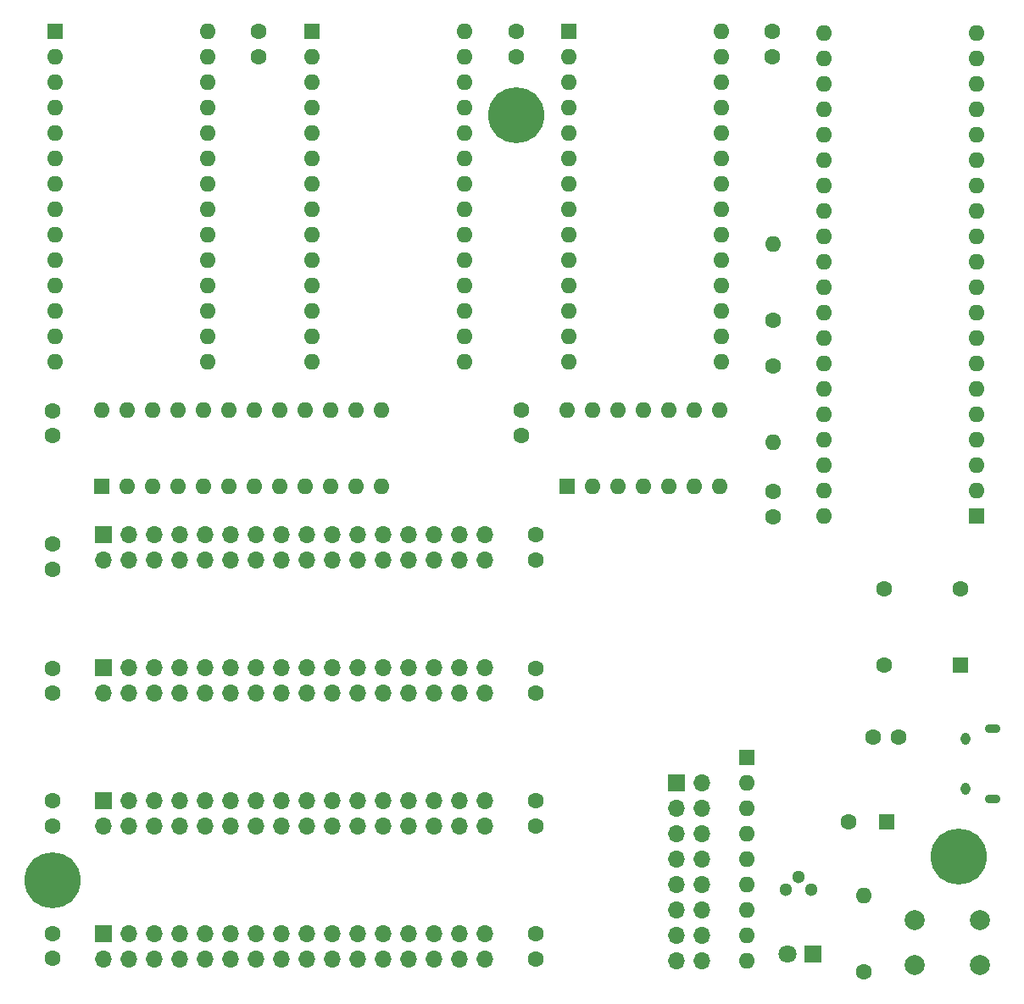
<source format=gbr>
%TF.GenerationSoftware,KiCad,Pcbnew,(5.1.9-0-10_14)*%
%TF.CreationDate,2021-03-24T21:17:22+01:00*%
%TF.ProjectId,n8 bit special,6e382062-6974-4207-9370-656369616c2e,2*%
%TF.SameCoordinates,Original*%
%TF.FileFunction,Soldermask,Bot*%
%TF.FilePolarity,Negative*%
%FSLAX46Y46*%
G04 Gerber Fmt 4.6, Leading zero omitted, Abs format (unit mm)*
G04 Created by KiCad (PCBNEW (5.1.9-0-10_14)) date 2021-03-24 21:17:22*
%MOMM*%
%LPD*%
G01*
G04 APERTURE LIST*
%ADD10C,1.600000*%
%ADD11C,5.600000*%
%ADD12R,1.600000X1.600000*%
%ADD13O,1.550000X0.890000*%
%ADD14O,0.950000X1.250000*%
%ADD15R,1.800000X1.800000*%
%ADD16C,1.800000*%
%ADD17R,1.700000X1.700000*%
%ADD18O,1.700000X1.700000*%
%ADD19O,1.600000X1.600000*%
%ADD20C,1.300000*%
%ADD21C,2.000000*%
G04 APERTURE END LIST*
D10*
%TO.C,C16*%
X175918000Y-113919000D03*
X173418000Y-113919000D03*
%TD*%
D11*
%TO.C,REF2*%
X137795000Y-51816000D03*
%TD*%
%TO.C,REF3*%
X181991000Y-125857000D03*
%TD*%
%TO.C,REF1*%
X91440000Y-128270000D03*
%TD*%
D10*
%TO.C,X1*%
X182118000Y-99123500D03*
X174498000Y-99123500D03*
X174498000Y-106743500D03*
D12*
X182118000Y-106743500D03*
%TD*%
D13*
%TO.C,J1*%
X185323000Y-113086000D03*
X185323000Y-120086000D03*
D14*
X182623000Y-114086000D03*
X182623000Y-119086000D03*
%TD*%
D10*
%TO.C,C2*%
X170952000Y-122428000D03*
D12*
X174752000Y-122428000D03*
%TD*%
D10*
%TO.C,C1*%
X138303000Y-81280000D03*
X138303000Y-83780000D03*
%TD*%
%TO.C,C3*%
X91440000Y-94655000D03*
X91440000Y-97155000D03*
%TD*%
%TO.C,C4*%
X139700000Y-93702500D03*
X139700000Y-96202500D03*
%TD*%
%TO.C,C7*%
X91440000Y-120309000D03*
X91440000Y-122809000D03*
%TD*%
%TO.C,C8*%
X139700000Y-122809000D03*
X139700000Y-120309000D03*
%TD*%
%TO.C,C5*%
X91440000Y-107038000D03*
X91440000Y-109538000D03*
%TD*%
%TO.C,C6*%
X139700000Y-109538000D03*
X139700000Y-107038000D03*
%TD*%
%TO.C,C9*%
X91440000Y-133555100D03*
X91440000Y-136055100D03*
%TD*%
%TO.C,C10*%
X139700000Y-136078600D03*
X139700000Y-133578600D03*
%TD*%
%TO.C,C11*%
X163449000Y-91908000D03*
X163449000Y-89408000D03*
%TD*%
%TO.C,C12*%
X163322000Y-43434000D03*
X163322000Y-45934000D03*
%TD*%
%TO.C,C13*%
X137795000Y-43434000D03*
X137795000Y-45934000D03*
%TD*%
%TO.C,C14*%
X112014000Y-43434000D03*
X112014000Y-45934000D03*
%TD*%
D15*
%TO.C,D1*%
X167386000Y-135636000D03*
D16*
X164846000Y-135636000D03*
%TD*%
D17*
%TO.C,J2*%
X96520000Y-93726000D03*
D18*
X96520000Y-96266000D03*
X99060000Y-93726000D03*
X99060000Y-96266000D03*
X101600000Y-93726000D03*
X101600000Y-96266000D03*
X104140000Y-93726000D03*
X104140000Y-96266000D03*
X106680000Y-93726000D03*
X106680000Y-96266000D03*
X109220000Y-93726000D03*
X109220000Y-96266000D03*
X111760000Y-93726000D03*
X111760000Y-96266000D03*
X114300000Y-93726000D03*
X114300000Y-96266000D03*
X116840000Y-93726000D03*
X116840000Y-96266000D03*
X119380000Y-93726000D03*
X119380000Y-96266000D03*
X121920000Y-93726000D03*
X121920000Y-96266000D03*
X124460000Y-93726000D03*
X124460000Y-96266000D03*
X127000000Y-93726000D03*
X127000000Y-96266000D03*
X129540000Y-93726000D03*
X129540000Y-96266000D03*
X132080000Y-93726000D03*
X132080000Y-96266000D03*
X134620000Y-93726000D03*
X134620000Y-96266000D03*
%TD*%
D17*
%TO.C,J3*%
X96520000Y-120269000D03*
D18*
X96520000Y-122809000D03*
X99060000Y-120269000D03*
X99060000Y-122809000D03*
X101600000Y-120269000D03*
X101600000Y-122809000D03*
X104140000Y-120269000D03*
X104140000Y-122809000D03*
X106680000Y-120269000D03*
X106680000Y-122809000D03*
X109220000Y-120269000D03*
X109220000Y-122809000D03*
X111760000Y-120269000D03*
X111760000Y-122809000D03*
X114300000Y-120269000D03*
X114300000Y-122809000D03*
X116840000Y-120269000D03*
X116840000Y-122809000D03*
X119380000Y-120269000D03*
X119380000Y-122809000D03*
X121920000Y-120269000D03*
X121920000Y-122809000D03*
X124460000Y-120269000D03*
X124460000Y-122809000D03*
X127000000Y-120269000D03*
X127000000Y-122809000D03*
X129540000Y-120269000D03*
X129540000Y-122809000D03*
X132080000Y-120269000D03*
X132080000Y-122809000D03*
X134620000Y-120269000D03*
X134620000Y-122809000D03*
%TD*%
%TO.C,J4*%
X134620000Y-109538000D03*
X134620000Y-106998000D03*
X132080000Y-109538000D03*
X132080000Y-106998000D03*
X129540000Y-109538000D03*
X129540000Y-106998000D03*
X127000000Y-109538000D03*
X127000000Y-106998000D03*
X124460000Y-109538000D03*
X124460000Y-106998000D03*
X121920000Y-109538000D03*
X121920000Y-106998000D03*
X119380000Y-109538000D03*
X119380000Y-106998000D03*
X116840000Y-109538000D03*
X116840000Y-106998000D03*
X114300000Y-109538000D03*
X114300000Y-106998000D03*
X111760000Y-109538000D03*
X111760000Y-106998000D03*
X109220000Y-109538000D03*
X109220000Y-106998000D03*
X106680000Y-109538000D03*
X106680000Y-106998000D03*
X104140000Y-109538000D03*
X104140000Y-106998000D03*
X101600000Y-109538000D03*
X101600000Y-106998000D03*
X99060000Y-109538000D03*
X99060000Y-106998000D03*
X96520000Y-109538000D03*
D17*
X96520000Y-106998000D03*
%TD*%
D18*
%TO.C,J5*%
X134607300Y-136080000D03*
X134607300Y-133540000D03*
X132067300Y-136080000D03*
X132067300Y-133540000D03*
X129527300Y-136080000D03*
X129527300Y-133540000D03*
X126987300Y-136080000D03*
X126987300Y-133540000D03*
X124447300Y-136080000D03*
X124447300Y-133540000D03*
X121907300Y-136080000D03*
X121907300Y-133540000D03*
X119367300Y-136080000D03*
X119367300Y-133540000D03*
X116827300Y-136080000D03*
X116827300Y-133540000D03*
X114287300Y-136080000D03*
X114287300Y-133540000D03*
X111747300Y-136080000D03*
X111747300Y-133540000D03*
X109207300Y-136080000D03*
X109207300Y-133540000D03*
X106667300Y-136080000D03*
X106667300Y-133540000D03*
X104127300Y-136080000D03*
X104127300Y-133540000D03*
X101587300Y-136080000D03*
X101587300Y-133540000D03*
X99047300Y-136080000D03*
X99047300Y-133540000D03*
X96507300Y-136080000D03*
D17*
X96507300Y-133540000D03*
%TD*%
D10*
%TO.C,R1*%
X172466000Y-137414000D03*
D19*
X172466000Y-129794000D03*
%TD*%
D10*
%TO.C,R2*%
X163449000Y-76835000D03*
D19*
X163449000Y-84455000D03*
%TD*%
%TO.C,R3*%
X163449000Y-64643000D03*
D10*
X163449000Y-72263000D03*
%TD*%
D12*
%TO.C,RN1*%
X160782000Y-115951000D03*
D19*
X160782000Y-118491000D03*
X160782000Y-121031000D03*
X160782000Y-123571000D03*
X160782000Y-126111000D03*
X160782000Y-128651000D03*
X160782000Y-131191000D03*
X160782000Y-133731000D03*
X160782000Y-136271000D03*
%TD*%
D20*
%TO.C,U7*%
X165989000Y-127889000D03*
X167259000Y-129159000D03*
X164719000Y-129159000D03*
%TD*%
D12*
%TO.C,U6*%
X96393000Y-88900000D03*
D19*
X124333000Y-81280000D03*
X98933000Y-88900000D03*
X121793000Y-81280000D03*
X101473000Y-88900000D03*
X119253000Y-81280000D03*
X104013000Y-88900000D03*
X116713000Y-81280000D03*
X106553000Y-88900000D03*
X114173000Y-81280000D03*
X109093000Y-88900000D03*
X111633000Y-81280000D03*
X111633000Y-88900000D03*
X109093000Y-81280000D03*
X114173000Y-88900000D03*
X106553000Y-81280000D03*
X116713000Y-88900000D03*
X104013000Y-81280000D03*
X119253000Y-88900000D03*
X101473000Y-81280000D03*
X121793000Y-88900000D03*
X98933000Y-81280000D03*
X124333000Y-88900000D03*
X96393000Y-81280000D03*
%TD*%
D10*
%TO.C,C15*%
X91440000Y-83820000D03*
X91440000Y-81320000D03*
%TD*%
D17*
%TO.C,J6*%
X153797000Y-118491000D03*
D18*
X156337000Y-118491000D03*
X153797000Y-121031000D03*
X156337000Y-121031000D03*
X153797000Y-123571000D03*
X156337000Y-123571000D03*
X153797000Y-126111000D03*
X156337000Y-126111000D03*
X153797000Y-128651000D03*
X156337000Y-128651000D03*
X153797000Y-131191000D03*
X156337000Y-131191000D03*
X153797000Y-133731000D03*
X156337000Y-133731000D03*
X153797000Y-136271000D03*
X156337000Y-136271000D03*
%TD*%
D21*
%TO.C,SW1*%
X177546000Y-136707000D03*
X177546000Y-132207000D03*
X184046000Y-136707000D03*
X184046000Y-132207000D03*
%TD*%
D12*
%TO.C,U1*%
X183769000Y-91821000D03*
D19*
X168529000Y-43561000D03*
X183769000Y-89281000D03*
X168529000Y-46101000D03*
X183769000Y-86741000D03*
X168529000Y-48641000D03*
X183769000Y-84201000D03*
X168529000Y-51181000D03*
X183769000Y-81661000D03*
X168529000Y-53721000D03*
X183769000Y-79121000D03*
X168529000Y-56261000D03*
X183769000Y-76581000D03*
X168529000Y-58801000D03*
X183769000Y-74041000D03*
X168529000Y-61341000D03*
X183769000Y-71501000D03*
X168529000Y-63881000D03*
X183769000Y-68961000D03*
X168529000Y-66421000D03*
X183769000Y-66421000D03*
X168529000Y-68961000D03*
X183769000Y-63881000D03*
X168529000Y-71501000D03*
X183769000Y-61341000D03*
X168529000Y-74041000D03*
X183769000Y-58801000D03*
X168529000Y-76581000D03*
X183769000Y-56261000D03*
X168529000Y-79121000D03*
X183769000Y-53721000D03*
X168529000Y-81661000D03*
X183769000Y-51181000D03*
X168529000Y-84201000D03*
X183769000Y-48641000D03*
X168529000Y-86741000D03*
X183769000Y-46101000D03*
X168529000Y-89281000D03*
X183769000Y-43561000D03*
X168529000Y-91821000D03*
%TD*%
D12*
%TO.C,U2*%
X143002000Y-43434000D03*
D19*
X158242000Y-76454000D03*
X143002000Y-45974000D03*
X158242000Y-73914000D03*
X143002000Y-48514000D03*
X158242000Y-71374000D03*
X143002000Y-51054000D03*
X158242000Y-68834000D03*
X143002000Y-53594000D03*
X158242000Y-66294000D03*
X143002000Y-56134000D03*
X158242000Y-63754000D03*
X143002000Y-58674000D03*
X158242000Y-61214000D03*
X143002000Y-61214000D03*
X158242000Y-58674000D03*
X143002000Y-63754000D03*
X158242000Y-56134000D03*
X143002000Y-66294000D03*
X158242000Y-53594000D03*
X143002000Y-68834000D03*
X158242000Y-51054000D03*
X143002000Y-71374000D03*
X158242000Y-48514000D03*
X143002000Y-73914000D03*
X158242000Y-45974000D03*
X143002000Y-76454000D03*
X158242000Y-43434000D03*
%TD*%
D12*
%TO.C,U3*%
X117348000Y-43434000D03*
D19*
X132588000Y-76454000D03*
X117348000Y-45974000D03*
X132588000Y-73914000D03*
X117348000Y-48514000D03*
X132588000Y-71374000D03*
X117348000Y-51054000D03*
X132588000Y-68834000D03*
X117348000Y-53594000D03*
X132588000Y-66294000D03*
X117348000Y-56134000D03*
X132588000Y-63754000D03*
X117348000Y-58674000D03*
X132588000Y-61214000D03*
X117348000Y-61214000D03*
X132588000Y-58674000D03*
X117348000Y-63754000D03*
X132588000Y-56134000D03*
X117348000Y-66294000D03*
X132588000Y-53594000D03*
X117348000Y-68834000D03*
X132588000Y-51054000D03*
X117348000Y-71374000D03*
X132588000Y-48514000D03*
X117348000Y-73914000D03*
X132588000Y-45974000D03*
X117348000Y-76454000D03*
X132588000Y-43434000D03*
%TD*%
%TO.C,U4*%
X106934000Y-43434000D03*
X91694000Y-76454000D03*
X106934000Y-45974000D03*
X91694000Y-73914000D03*
X106934000Y-48514000D03*
X91694000Y-71374000D03*
X106934000Y-51054000D03*
X91694000Y-68834000D03*
X106934000Y-53594000D03*
X91694000Y-66294000D03*
X106934000Y-56134000D03*
X91694000Y-63754000D03*
X106934000Y-58674000D03*
X91694000Y-61214000D03*
X106934000Y-61214000D03*
X91694000Y-58674000D03*
X106934000Y-63754000D03*
X91694000Y-56134000D03*
X106934000Y-66294000D03*
X91694000Y-53594000D03*
X106934000Y-68834000D03*
X91694000Y-51054000D03*
X106934000Y-71374000D03*
X91694000Y-48514000D03*
X106934000Y-73914000D03*
X91694000Y-45974000D03*
X106934000Y-76454000D03*
D12*
X91694000Y-43434000D03*
%TD*%
%TO.C,U5*%
X142875000Y-88900000D03*
D19*
X158115000Y-81280000D03*
X145415000Y-88900000D03*
X155575000Y-81280000D03*
X147955000Y-88900000D03*
X153035000Y-81280000D03*
X150495000Y-88900000D03*
X150495000Y-81280000D03*
X153035000Y-88900000D03*
X147955000Y-81280000D03*
X155575000Y-88900000D03*
X145415000Y-81280000D03*
X158115000Y-88900000D03*
X142875000Y-81280000D03*
%TD*%
M02*

</source>
